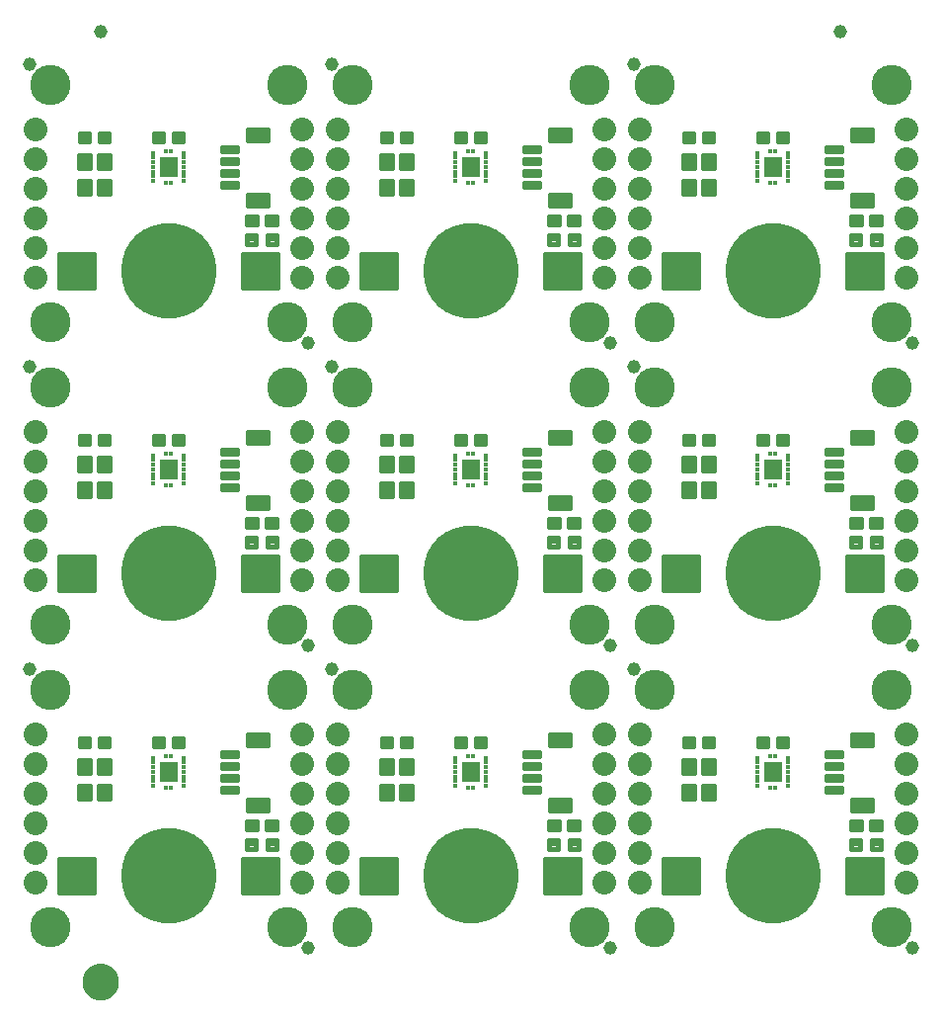
<source format=gts>
G04 EAGLE Gerber RS-274X export*
G75*
%MOMM*%
%FSLAX34Y34*%
%LPD*%
%INSoldermask Top*%
%IPPOS*%
%AMOC8*
5,1,8,0,0,1.08239X$1,22.5*%
G01*
%ADD10R,0.450000X0.300000*%
%ADD11R,0.300000X0.450000*%
%ADD12R,1.600000X1.800000*%
%ADD13C,0.243431*%
%ADD14C,0.253525*%
%ADD15C,2.032000*%
%ADD16C,8.152400*%
%ADD17C,0.232916*%
%ADD18C,3.454400*%
%ADD19C,1.152400*%
%ADD20C,0.255816*%
%ADD21C,0.449434*%
%ADD22C,1.270000*%
%ADD23C,1.652400*%


D10*
X140250Y170750D03*
X140250Y166750D03*
X140250Y162750D03*
X140250Y158750D03*
X140250Y154750D03*
X140250Y150750D03*
X140250Y146750D03*
X113750Y170750D03*
X113750Y166750D03*
X113750Y162750D03*
X113750Y158750D03*
X113750Y154750D03*
X113750Y150750D03*
X113750Y146750D03*
D11*
X129500Y172000D03*
X124500Y172000D03*
X129500Y145500D03*
X124500Y145500D03*
D12*
X127000Y158750D03*
D13*
X66455Y147945D02*
X66455Y134855D01*
X66455Y147945D02*
X77545Y147945D01*
X77545Y134855D01*
X66455Y134855D01*
X66455Y137167D02*
X77545Y137167D01*
X77545Y139479D02*
X66455Y139479D01*
X66455Y141791D02*
X77545Y141791D01*
X77545Y144103D02*
X66455Y144103D01*
X66455Y146415D02*
X77545Y146415D01*
X77545Y156855D02*
X77545Y169945D01*
X77545Y156855D02*
X66455Y156855D01*
X66455Y169945D01*
X77545Y169945D01*
X77545Y159167D02*
X66455Y159167D01*
X66455Y161479D02*
X77545Y161479D01*
X77545Y163791D02*
X66455Y163791D01*
X66455Y166103D02*
X77545Y166103D01*
X77545Y168415D02*
X66455Y168415D01*
X60545Y169945D02*
X60545Y156855D01*
X49455Y156855D01*
X49455Y169945D01*
X60545Y169945D01*
X60545Y159167D02*
X49455Y159167D01*
X49455Y161479D02*
X60545Y161479D01*
X60545Y163791D02*
X49455Y163791D01*
X49455Y166103D02*
X60545Y166103D01*
X60545Y168415D02*
X49455Y168415D01*
X49455Y147945D02*
X49455Y134855D01*
X49455Y147945D02*
X60545Y147945D01*
X60545Y134855D01*
X49455Y134855D01*
X49455Y137167D02*
X60545Y137167D01*
X60545Y139479D02*
X49455Y139479D01*
X49455Y141791D02*
X60545Y141791D01*
X60545Y144103D02*
X49455Y144103D01*
X49455Y146415D02*
X60545Y146415D01*
D14*
X113505Y179655D02*
X123495Y179655D01*
X113505Y179655D02*
X113505Y188645D01*
X123495Y188645D01*
X123495Y179655D01*
X123495Y182063D02*
X113505Y182063D01*
X113505Y184471D02*
X123495Y184471D01*
X123495Y186879D02*
X113505Y186879D01*
X130505Y179655D02*
X140495Y179655D01*
X130505Y179655D02*
X130505Y188645D01*
X140495Y188645D01*
X140495Y179655D01*
X140495Y182063D02*
X130505Y182063D01*
X130505Y184471D02*
X140495Y184471D01*
X140495Y186879D02*
X130505Y186879D01*
D15*
X241300Y63500D03*
X241300Y88900D03*
X241300Y114300D03*
X241300Y139700D03*
X241300Y165100D03*
X241300Y190500D03*
D16*
X127000Y69850D03*
D17*
X190267Y85323D02*
X221213Y85323D01*
X221213Y54377D01*
X190267Y54377D01*
X190267Y85323D01*
X190267Y56590D02*
X221213Y56590D01*
X221213Y58803D02*
X190267Y58803D01*
X190267Y61016D02*
X221213Y61016D01*
X221213Y63229D02*
X190267Y63229D01*
X190267Y65442D02*
X221213Y65442D01*
X221213Y67655D02*
X190267Y67655D01*
X190267Y69868D02*
X221213Y69868D01*
X221213Y72081D02*
X190267Y72081D01*
X190267Y74294D02*
X221213Y74294D01*
X221213Y76507D02*
X190267Y76507D01*
X190267Y78720D02*
X221213Y78720D01*
X221213Y80933D02*
X190267Y80933D01*
X190267Y83146D02*
X221213Y83146D01*
X63733Y85323D02*
X32787Y85323D01*
X63733Y85323D02*
X63733Y54377D01*
X32787Y54377D01*
X32787Y85323D01*
X32787Y56590D02*
X63733Y56590D01*
X63733Y58803D02*
X32787Y58803D01*
X32787Y61016D02*
X63733Y61016D01*
X63733Y63229D02*
X32787Y63229D01*
X32787Y65442D02*
X63733Y65442D01*
X63733Y67655D02*
X32787Y67655D01*
X32787Y69868D02*
X63733Y69868D01*
X63733Y72081D02*
X32787Y72081D01*
X32787Y74294D02*
X63733Y74294D01*
X63733Y76507D02*
X32787Y76507D01*
X32787Y78720D02*
X63733Y78720D01*
X63733Y80933D02*
X32787Y80933D01*
X32787Y83146D02*
X63733Y83146D01*
D18*
X25400Y25400D03*
X228600Y25400D03*
D19*
X7620Y246380D03*
X246380Y7620D03*
D14*
X76995Y188645D02*
X67005Y188645D01*
X76995Y188645D02*
X76995Y179655D01*
X67005Y179655D01*
X67005Y188645D01*
X67005Y182063D02*
X76995Y182063D01*
X76995Y184471D02*
X67005Y184471D01*
X67005Y186879D02*
X76995Y186879D01*
X59995Y188645D02*
X50005Y188645D01*
X59995Y188645D02*
X59995Y179655D01*
X50005Y179655D01*
X50005Y188645D01*
X50005Y182063D02*
X59995Y182063D01*
X59995Y184471D02*
X50005Y184471D01*
X50005Y186879D02*
X59995Y186879D01*
D15*
X12700Y190500D03*
X12700Y165100D03*
X12700Y139700D03*
X12700Y114300D03*
X12700Y88900D03*
X12700Y63500D03*
D18*
X228600Y228600D03*
X25400Y228600D03*
D20*
X171967Y176013D02*
X171967Y171047D01*
X171967Y176013D02*
X186433Y176013D01*
X186433Y171047D01*
X171967Y171047D01*
X171967Y173477D02*
X186433Y173477D01*
X186433Y175907D02*
X171967Y175907D01*
X171967Y166013D02*
X171967Y161047D01*
X171967Y166013D02*
X186433Y166013D01*
X186433Y161047D01*
X171967Y161047D01*
X171967Y163477D02*
X186433Y163477D01*
X186433Y165907D02*
X171967Y165907D01*
X171967Y156013D02*
X171967Y151047D01*
X171967Y156013D02*
X186433Y156013D01*
X186433Y151047D01*
X171967Y151047D01*
X171967Y153477D02*
X186433Y153477D01*
X186433Y155907D02*
X171967Y155907D01*
X171967Y146013D02*
X171967Y141047D01*
X171967Y146013D02*
X186433Y146013D01*
X186433Y141047D01*
X171967Y141047D01*
X171967Y143477D02*
X186433Y143477D01*
X186433Y145907D02*
X171967Y145907D01*
D13*
X193905Y180985D02*
X193905Y192075D01*
X212995Y192075D01*
X212995Y180985D01*
X193905Y180985D01*
X193905Y183297D02*
X212995Y183297D01*
X212995Y185609D02*
X193905Y185609D01*
X193905Y187921D02*
X212995Y187921D01*
X212995Y190233D02*
X193905Y190233D01*
X193905Y136075D02*
X193905Y124985D01*
X193905Y136075D02*
X212995Y136075D01*
X212995Y124985D01*
X193905Y124985D01*
X193905Y127297D02*
X212995Y127297D01*
X212995Y129609D02*
X193905Y129609D01*
X193905Y131921D02*
X212995Y131921D01*
X212995Y134233D02*
X193905Y134233D01*
D21*
X201755Y100035D02*
X201755Y93005D01*
X194725Y93005D01*
X194725Y100035D01*
X201755Y100035D01*
X201755Y97274D02*
X194725Y97274D01*
X219295Y100035D02*
X219295Y93005D01*
X212265Y93005D01*
X212265Y100035D01*
X219295Y100035D01*
X219295Y97274D02*
X212265Y97274D01*
D14*
X203505Y108535D02*
X193515Y108535D01*
X193515Y117525D01*
X203505Y117525D01*
X203505Y108535D01*
X203505Y110943D02*
X193515Y110943D01*
X193515Y113351D02*
X203505Y113351D01*
X203505Y115759D02*
X193515Y115759D01*
X210515Y108535D02*
X220505Y108535D01*
X210515Y108535D02*
X210515Y117525D01*
X220505Y117525D01*
X220505Y108535D01*
X220505Y110943D02*
X210515Y110943D01*
X210515Y113351D02*
X220505Y113351D01*
X220505Y115759D02*
X210515Y115759D01*
D10*
X399330Y170750D03*
X399330Y166750D03*
X399330Y162750D03*
X399330Y158750D03*
X399330Y154750D03*
X399330Y150750D03*
X399330Y146750D03*
X372830Y170750D03*
X372830Y166750D03*
X372830Y162750D03*
X372830Y158750D03*
X372830Y154750D03*
X372830Y150750D03*
X372830Y146750D03*
D11*
X388580Y172000D03*
X383580Y172000D03*
X388580Y145500D03*
X383580Y145500D03*
D12*
X386080Y158750D03*
D13*
X325535Y147945D02*
X325535Y134855D01*
X325535Y147945D02*
X336625Y147945D01*
X336625Y134855D01*
X325535Y134855D01*
X325535Y137167D02*
X336625Y137167D01*
X336625Y139479D02*
X325535Y139479D01*
X325535Y141791D02*
X336625Y141791D01*
X336625Y144103D02*
X325535Y144103D01*
X325535Y146415D02*
X336625Y146415D01*
X336625Y156855D02*
X336625Y169945D01*
X336625Y156855D02*
X325535Y156855D01*
X325535Y169945D01*
X336625Y169945D01*
X336625Y159167D02*
X325535Y159167D01*
X325535Y161479D02*
X336625Y161479D01*
X336625Y163791D02*
X325535Y163791D01*
X325535Y166103D02*
X336625Y166103D01*
X336625Y168415D02*
X325535Y168415D01*
X319625Y169945D02*
X319625Y156855D01*
X308535Y156855D01*
X308535Y169945D01*
X319625Y169945D01*
X319625Y159167D02*
X308535Y159167D01*
X308535Y161479D02*
X319625Y161479D01*
X319625Y163791D02*
X308535Y163791D01*
X308535Y166103D02*
X319625Y166103D01*
X319625Y168415D02*
X308535Y168415D01*
X308535Y147945D02*
X308535Y134855D01*
X308535Y147945D02*
X319625Y147945D01*
X319625Y134855D01*
X308535Y134855D01*
X308535Y137167D02*
X319625Y137167D01*
X319625Y139479D02*
X308535Y139479D01*
X308535Y141791D02*
X319625Y141791D01*
X319625Y144103D02*
X308535Y144103D01*
X308535Y146415D02*
X319625Y146415D01*
D14*
X372585Y179655D02*
X382575Y179655D01*
X372585Y179655D02*
X372585Y188645D01*
X382575Y188645D01*
X382575Y179655D01*
X382575Y182063D02*
X372585Y182063D01*
X372585Y184471D02*
X382575Y184471D01*
X382575Y186879D02*
X372585Y186879D01*
X389585Y179655D02*
X399575Y179655D01*
X389585Y179655D02*
X389585Y188645D01*
X399575Y188645D01*
X399575Y179655D01*
X399575Y182063D02*
X389585Y182063D01*
X389585Y184471D02*
X399575Y184471D01*
X399575Y186879D02*
X389585Y186879D01*
D15*
X500380Y63500D03*
X500380Y88900D03*
X500380Y114300D03*
X500380Y139700D03*
X500380Y165100D03*
X500380Y190500D03*
D16*
X386080Y69850D03*
D17*
X449347Y85323D02*
X480293Y85323D01*
X480293Y54377D01*
X449347Y54377D01*
X449347Y85323D01*
X449347Y56590D02*
X480293Y56590D01*
X480293Y58803D02*
X449347Y58803D01*
X449347Y61016D02*
X480293Y61016D01*
X480293Y63229D02*
X449347Y63229D01*
X449347Y65442D02*
X480293Y65442D01*
X480293Y67655D02*
X449347Y67655D01*
X449347Y69868D02*
X480293Y69868D01*
X480293Y72081D02*
X449347Y72081D01*
X449347Y74294D02*
X480293Y74294D01*
X480293Y76507D02*
X449347Y76507D01*
X449347Y78720D02*
X480293Y78720D01*
X480293Y80933D02*
X449347Y80933D01*
X449347Y83146D02*
X480293Y83146D01*
X322813Y85323D02*
X291867Y85323D01*
X322813Y85323D02*
X322813Y54377D01*
X291867Y54377D01*
X291867Y85323D01*
X291867Y56590D02*
X322813Y56590D01*
X322813Y58803D02*
X291867Y58803D01*
X291867Y61016D02*
X322813Y61016D01*
X322813Y63229D02*
X291867Y63229D01*
X291867Y65442D02*
X322813Y65442D01*
X322813Y67655D02*
X291867Y67655D01*
X291867Y69868D02*
X322813Y69868D01*
X322813Y72081D02*
X291867Y72081D01*
X291867Y74294D02*
X322813Y74294D01*
X322813Y76507D02*
X291867Y76507D01*
X291867Y78720D02*
X322813Y78720D01*
X322813Y80933D02*
X291867Y80933D01*
X291867Y83146D02*
X322813Y83146D01*
D18*
X284480Y25400D03*
X487680Y25400D03*
D19*
X266700Y246380D03*
X505460Y7620D03*
D14*
X336075Y188645D02*
X326085Y188645D01*
X336075Y188645D02*
X336075Y179655D01*
X326085Y179655D01*
X326085Y188645D01*
X326085Y182063D02*
X336075Y182063D01*
X336075Y184471D02*
X326085Y184471D01*
X326085Y186879D02*
X336075Y186879D01*
X319075Y188645D02*
X309085Y188645D01*
X319075Y188645D02*
X319075Y179655D01*
X309085Y179655D01*
X309085Y188645D01*
X309085Y182063D02*
X319075Y182063D01*
X319075Y184471D02*
X309085Y184471D01*
X309085Y186879D02*
X319075Y186879D01*
D15*
X271780Y190500D03*
X271780Y165100D03*
X271780Y139700D03*
X271780Y114300D03*
X271780Y88900D03*
X271780Y63500D03*
D18*
X487680Y228600D03*
X284480Y228600D03*
D20*
X431047Y176013D02*
X431047Y171047D01*
X431047Y176013D02*
X445513Y176013D01*
X445513Y171047D01*
X431047Y171047D01*
X431047Y173477D02*
X445513Y173477D01*
X445513Y175907D02*
X431047Y175907D01*
X431047Y166013D02*
X431047Y161047D01*
X431047Y166013D02*
X445513Y166013D01*
X445513Y161047D01*
X431047Y161047D01*
X431047Y163477D02*
X445513Y163477D01*
X445513Y165907D02*
X431047Y165907D01*
X431047Y156013D02*
X431047Y151047D01*
X431047Y156013D02*
X445513Y156013D01*
X445513Y151047D01*
X431047Y151047D01*
X431047Y153477D02*
X445513Y153477D01*
X445513Y155907D02*
X431047Y155907D01*
X431047Y146013D02*
X431047Y141047D01*
X431047Y146013D02*
X445513Y146013D01*
X445513Y141047D01*
X431047Y141047D01*
X431047Y143477D02*
X445513Y143477D01*
X445513Y145907D02*
X431047Y145907D01*
D13*
X452985Y180985D02*
X452985Y192075D01*
X472075Y192075D01*
X472075Y180985D01*
X452985Y180985D01*
X452985Y183297D02*
X472075Y183297D01*
X472075Y185609D02*
X452985Y185609D01*
X452985Y187921D02*
X472075Y187921D01*
X472075Y190233D02*
X452985Y190233D01*
X452985Y136075D02*
X452985Y124985D01*
X452985Y136075D02*
X472075Y136075D01*
X472075Y124985D01*
X452985Y124985D01*
X452985Y127297D02*
X472075Y127297D01*
X472075Y129609D02*
X452985Y129609D01*
X452985Y131921D02*
X472075Y131921D01*
X472075Y134233D02*
X452985Y134233D01*
D21*
X460835Y100035D02*
X460835Y93005D01*
X453805Y93005D01*
X453805Y100035D01*
X460835Y100035D01*
X460835Y97274D02*
X453805Y97274D01*
X478375Y100035D02*
X478375Y93005D01*
X471345Y93005D01*
X471345Y100035D01*
X478375Y100035D01*
X478375Y97274D02*
X471345Y97274D01*
D14*
X462585Y108535D02*
X452595Y108535D01*
X452595Y117525D01*
X462585Y117525D01*
X462585Y108535D01*
X462585Y110943D02*
X452595Y110943D01*
X452595Y113351D02*
X462585Y113351D01*
X462585Y115759D02*
X452595Y115759D01*
X469595Y108535D02*
X479585Y108535D01*
X469595Y108535D02*
X469595Y117525D01*
X479585Y117525D01*
X479585Y108535D01*
X479585Y110943D02*
X469595Y110943D01*
X469595Y113351D02*
X479585Y113351D01*
X479585Y115759D02*
X469595Y115759D01*
D10*
X658410Y170750D03*
X658410Y166750D03*
X658410Y162750D03*
X658410Y158750D03*
X658410Y154750D03*
X658410Y150750D03*
X658410Y146750D03*
X631910Y170750D03*
X631910Y166750D03*
X631910Y162750D03*
X631910Y158750D03*
X631910Y154750D03*
X631910Y150750D03*
X631910Y146750D03*
D11*
X647660Y172000D03*
X642660Y172000D03*
X647660Y145500D03*
X642660Y145500D03*
D12*
X645160Y158750D03*
D13*
X584615Y147945D02*
X584615Y134855D01*
X584615Y147945D02*
X595705Y147945D01*
X595705Y134855D01*
X584615Y134855D01*
X584615Y137167D02*
X595705Y137167D01*
X595705Y139479D02*
X584615Y139479D01*
X584615Y141791D02*
X595705Y141791D01*
X595705Y144103D02*
X584615Y144103D01*
X584615Y146415D02*
X595705Y146415D01*
X595705Y156855D02*
X595705Y169945D01*
X595705Y156855D02*
X584615Y156855D01*
X584615Y169945D01*
X595705Y169945D01*
X595705Y159167D02*
X584615Y159167D01*
X584615Y161479D02*
X595705Y161479D01*
X595705Y163791D02*
X584615Y163791D01*
X584615Y166103D02*
X595705Y166103D01*
X595705Y168415D02*
X584615Y168415D01*
X578705Y169945D02*
X578705Y156855D01*
X567615Y156855D01*
X567615Y169945D01*
X578705Y169945D01*
X578705Y159167D02*
X567615Y159167D01*
X567615Y161479D02*
X578705Y161479D01*
X578705Y163791D02*
X567615Y163791D01*
X567615Y166103D02*
X578705Y166103D01*
X578705Y168415D02*
X567615Y168415D01*
X567615Y147945D02*
X567615Y134855D01*
X567615Y147945D02*
X578705Y147945D01*
X578705Y134855D01*
X567615Y134855D01*
X567615Y137167D02*
X578705Y137167D01*
X578705Y139479D02*
X567615Y139479D01*
X567615Y141791D02*
X578705Y141791D01*
X578705Y144103D02*
X567615Y144103D01*
X567615Y146415D02*
X578705Y146415D01*
D14*
X631665Y179655D02*
X641655Y179655D01*
X631665Y179655D02*
X631665Y188645D01*
X641655Y188645D01*
X641655Y179655D01*
X641655Y182063D02*
X631665Y182063D01*
X631665Y184471D02*
X641655Y184471D01*
X641655Y186879D02*
X631665Y186879D01*
X648665Y179655D02*
X658655Y179655D01*
X648665Y179655D02*
X648665Y188645D01*
X658655Y188645D01*
X658655Y179655D01*
X658655Y182063D02*
X648665Y182063D01*
X648665Y184471D02*
X658655Y184471D01*
X658655Y186879D02*
X648665Y186879D01*
D15*
X759460Y63500D03*
X759460Y88900D03*
X759460Y114300D03*
X759460Y139700D03*
X759460Y165100D03*
X759460Y190500D03*
D16*
X645160Y69850D03*
D17*
X708427Y85323D02*
X739373Y85323D01*
X739373Y54377D01*
X708427Y54377D01*
X708427Y85323D01*
X708427Y56590D02*
X739373Y56590D01*
X739373Y58803D02*
X708427Y58803D01*
X708427Y61016D02*
X739373Y61016D01*
X739373Y63229D02*
X708427Y63229D01*
X708427Y65442D02*
X739373Y65442D01*
X739373Y67655D02*
X708427Y67655D01*
X708427Y69868D02*
X739373Y69868D01*
X739373Y72081D02*
X708427Y72081D01*
X708427Y74294D02*
X739373Y74294D01*
X739373Y76507D02*
X708427Y76507D01*
X708427Y78720D02*
X739373Y78720D01*
X739373Y80933D02*
X708427Y80933D01*
X708427Y83146D02*
X739373Y83146D01*
X581893Y85323D02*
X550947Y85323D01*
X581893Y85323D02*
X581893Y54377D01*
X550947Y54377D01*
X550947Y85323D01*
X550947Y56590D02*
X581893Y56590D01*
X581893Y58803D02*
X550947Y58803D01*
X550947Y61016D02*
X581893Y61016D01*
X581893Y63229D02*
X550947Y63229D01*
X550947Y65442D02*
X581893Y65442D01*
X581893Y67655D02*
X550947Y67655D01*
X550947Y69868D02*
X581893Y69868D01*
X581893Y72081D02*
X550947Y72081D01*
X550947Y74294D02*
X581893Y74294D01*
X581893Y76507D02*
X550947Y76507D01*
X550947Y78720D02*
X581893Y78720D01*
X581893Y80933D02*
X550947Y80933D01*
X550947Y83146D02*
X581893Y83146D01*
D18*
X543560Y25400D03*
X746760Y25400D03*
D19*
X525780Y246380D03*
X764540Y7620D03*
D14*
X595155Y188645D02*
X585165Y188645D01*
X595155Y188645D02*
X595155Y179655D01*
X585165Y179655D01*
X585165Y188645D01*
X585165Y182063D02*
X595155Y182063D01*
X595155Y184471D02*
X585165Y184471D01*
X585165Y186879D02*
X595155Y186879D01*
X578155Y188645D02*
X568165Y188645D01*
X578155Y188645D02*
X578155Y179655D01*
X568165Y179655D01*
X568165Y188645D01*
X568165Y182063D02*
X578155Y182063D01*
X578155Y184471D02*
X568165Y184471D01*
X568165Y186879D02*
X578155Y186879D01*
D15*
X530860Y190500D03*
X530860Y165100D03*
X530860Y139700D03*
X530860Y114300D03*
X530860Y88900D03*
X530860Y63500D03*
D18*
X746760Y228600D03*
X543560Y228600D03*
D20*
X690127Y176013D02*
X690127Y171047D01*
X690127Y176013D02*
X704593Y176013D01*
X704593Y171047D01*
X690127Y171047D01*
X690127Y173477D02*
X704593Y173477D01*
X704593Y175907D02*
X690127Y175907D01*
X690127Y166013D02*
X690127Y161047D01*
X690127Y166013D02*
X704593Y166013D01*
X704593Y161047D01*
X690127Y161047D01*
X690127Y163477D02*
X704593Y163477D01*
X704593Y165907D02*
X690127Y165907D01*
X690127Y156013D02*
X690127Y151047D01*
X690127Y156013D02*
X704593Y156013D01*
X704593Y151047D01*
X690127Y151047D01*
X690127Y153477D02*
X704593Y153477D01*
X704593Y155907D02*
X690127Y155907D01*
X690127Y146013D02*
X690127Y141047D01*
X690127Y146013D02*
X704593Y146013D01*
X704593Y141047D01*
X690127Y141047D01*
X690127Y143477D02*
X704593Y143477D01*
X704593Y145907D02*
X690127Y145907D01*
D13*
X712065Y180985D02*
X712065Y192075D01*
X731155Y192075D01*
X731155Y180985D01*
X712065Y180985D01*
X712065Y183297D02*
X731155Y183297D01*
X731155Y185609D02*
X712065Y185609D01*
X712065Y187921D02*
X731155Y187921D01*
X731155Y190233D02*
X712065Y190233D01*
X712065Y136075D02*
X712065Y124985D01*
X712065Y136075D02*
X731155Y136075D01*
X731155Y124985D01*
X712065Y124985D01*
X712065Y127297D02*
X731155Y127297D01*
X731155Y129609D02*
X712065Y129609D01*
X712065Y131921D02*
X731155Y131921D01*
X731155Y134233D02*
X712065Y134233D01*
D21*
X719915Y100035D02*
X719915Y93005D01*
X712885Y93005D01*
X712885Y100035D01*
X719915Y100035D01*
X719915Y97274D02*
X712885Y97274D01*
X737455Y100035D02*
X737455Y93005D01*
X730425Y93005D01*
X730425Y100035D01*
X737455Y100035D01*
X737455Y97274D02*
X730425Y97274D01*
D14*
X721665Y108535D02*
X711675Y108535D01*
X711675Y117525D01*
X721665Y117525D01*
X721665Y108535D01*
X721665Y110943D02*
X711675Y110943D01*
X711675Y113351D02*
X721665Y113351D01*
X721665Y115759D02*
X711675Y115759D01*
X728675Y108535D02*
X738665Y108535D01*
X728675Y108535D02*
X728675Y117525D01*
X738665Y117525D01*
X738665Y108535D01*
X738665Y110943D02*
X728675Y110943D01*
X728675Y113351D02*
X738665Y113351D01*
X738665Y115759D02*
X728675Y115759D01*
D10*
X140250Y429830D03*
X140250Y425830D03*
X140250Y421830D03*
X140250Y417830D03*
X140250Y413830D03*
X140250Y409830D03*
X140250Y405830D03*
X113750Y429830D03*
X113750Y425830D03*
X113750Y421830D03*
X113750Y417830D03*
X113750Y413830D03*
X113750Y409830D03*
X113750Y405830D03*
D11*
X129500Y431080D03*
X124500Y431080D03*
X129500Y404580D03*
X124500Y404580D03*
D12*
X127000Y417830D03*
D13*
X66455Y407025D02*
X66455Y393935D01*
X66455Y407025D02*
X77545Y407025D01*
X77545Y393935D01*
X66455Y393935D01*
X66455Y396247D02*
X77545Y396247D01*
X77545Y398559D02*
X66455Y398559D01*
X66455Y400871D02*
X77545Y400871D01*
X77545Y403183D02*
X66455Y403183D01*
X66455Y405495D02*
X77545Y405495D01*
X77545Y415935D02*
X77545Y429025D01*
X77545Y415935D02*
X66455Y415935D01*
X66455Y429025D01*
X77545Y429025D01*
X77545Y418247D02*
X66455Y418247D01*
X66455Y420559D02*
X77545Y420559D01*
X77545Y422871D02*
X66455Y422871D01*
X66455Y425183D02*
X77545Y425183D01*
X77545Y427495D02*
X66455Y427495D01*
X60545Y429025D02*
X60545Y415935D01*
X49455Y415935D01*
X49455Y429025D01*
X60545Y429025D01*
X60545Y418247D02*
X49455Y418247D01*
X49455Y420559D02*
X60545Y420559D01*
X60545Y422871D02*
X49455Y422871D01*
X49455Y425183D02*
X60545Y425183D01*
X60545Y427495D02*
X49455Y427495D01*
X49455Y407025D02*
X49455Y393935D01*
X49455Y407025D02*
X60545Y407025D01*
X60545Y393935D01*
X49455Y393935D01*
X49455Y396247D02*
X60545Y396247D01*
X60545Y398559D02*
X49455Y398559D01*
X49455Y400871D02*
X60545Y400871D01*
X60545Y403183D02*
X49455Y403183D01*
X49455Y405495D02*
X60545Y405495D01*
D14*
X113505Y438735D02*
X123495Y438735D01*
X113505Y438735D02*
X113505Y447725D01*
X123495Y447725D01*
X123495Y438735D01*
X123495Y441143D02*
X113505Y441143D01*
X113505Y443551D02*
X123495Y443551D01*
X123495Y445959D02*
X113505Y445959D01*
X130505Y438735D02*
X140495Y438735D01*
X130505Y438735D02*
X130505Y447725D01*
X140495Y447725D01*
X140495Y438735D01*
X140495Y441143D02*
X130505Y441143D01*
X130505Y443551D02*
X140495Y443551D01*
X140495Y445959D02*
X130505Y445959D01*
D15*
X241300Y322580D03*
X241300Y347980D03*
X241300Y373380D03*
X241300Y398780D03*
X241300Y424180D03*
X241300Y449580D03*
D16*
X127000Y328930D03*
D17*
X190267Y344403D02*
X221213Y344403D01*
X221213Y313457D01*
X190267Y313457D01*
X190267Y344403D01*
X190267Y315670D02*
X221213Y315670D01*
X221213Y317883D02*
X190267Y317883D01*
X190267Y320096D02*
X221213Y320096D01*
X221213Y322309D02*
X190267Y322309D01*
X190267Y324522D02*
X221213Y324522D01*
X221213Y326735D02*
X190267Y326735D01*
X190267Y328948D02*
X221213Y328948D01*
X221213Y331161D02*
X190267Y331161D01*
X190267Y333374D02*
X221213Y333374D01*
X221213Y335587D02*
X190267Y335587D01*
X190267Y337800D02*
X221213Y337800D01*
X221213Y340013D02*
X190267Y340013D01*
X190267Y342226D02*
X221213Y342226D01*
X63733Y344403D02*
X32787Y344403D01*
X63733Y344403D02*
X63733Y313457D01*
X32787Y313457D01*
X32787Y344403D01*
X32787Y315670D02*
X63733Y315670D01*
X63733Y317883D02*
X32787Y317883D01*
X32787Y320096D02*
X63733Y320096D01*
X63733Y322309D02*
X32787Y322309D01*
X32787Y324522D02*
X63733Y324522D01*
X63733Y326735D02*
X32787Y326735D01*
X32787Y328948D02*
X63733Y328948D01*
X63733Y331161D02*
X32787Y331161D01*
X32787Y333374D02*
X63733Y333374D01*
X63733Y335587D02*
X32787Y335587D01*
X32787Y337800D02*
X63733Y337800D01*
X63733Y340013D02*
X32787Y340013D01*
X32787Y342226D02*
X63733Y342226D01*
D18*
X25400Y284480D03*
X228600Y284480D03*
D19*
X7620Y505460D03*
X246380Y266700D03*
D14*
X76995Y447725D02*
X67005Y447725D01*
X76995Y447725D02*
X76995Y438735D01*
X67005Y438735D01*
X67005Y447725D01*
X67005Y441143D02*
X76995Y441143D01*
X76995Y443551D02*
X67005Y443551D01*
X67005Y445959D02*
X76995Y445959D01*
X59995Y447725D02*
X50005Y447725D01*
X59995Y447725D02*
X59995Y438735D01*
X50005Y438735D01*
X50005Y447725D01*
X50005Y441143D02*
X59995Y441143D01*
X59995Y443551D02*
X50005Y443551D01*
X50005Y445959D02*
X59995Y445959D01*
D15*
X12700Y449580D03*
X12700Y424180D03*
X12700Y398780D03*
X12700Y373380D03*
X12700Y347980D03*
X12700Y322580D03*
D18*
X228600Y487680D03*
X25400Y487680D03*
D20*
X171967Y435093D02*
X171967Y430127D01*
X171967Y435093D02*
X186433Y435093D01*
X186433Y430127D01*
X171967Y430127D01*
X171967Y432557D02*
X186433Y432557D01*
X186433Y434987D02*
X171967Y434987D01*
X171967Y425093D02*
X171967Y420127D01*
X171967Y425093D02*
X186433Y425093D01*
X186433Y420127D01*
X171967Y420127D01*
X171967Y422557D02*
X186433Y422557D01*
X186433Y424987D02*
X171967Y424987D01*
X171967Y415093D02*
X171967Y410127D01*
X171967Y415093D02*
X186433Y415093D01*
X186433Y410127D01*
X171967Y410127D01*
X171967Y412557D02*
X186433Y412557D01*
X186433Y414987D02*
X171967Y414987D01*
X171967Y405093D02*
X171967Y400127D01*
X171967Y405093D02*
X186433Y405093D01*
X186433Y400127D01*
X171967Y400127D01*
X171967Y402557D02*
X186433Y402557D01*
X186433Y404987D02*
X171967Y404987D01*
D13*
X193905Y440065D02*
X193905Y451155D01*
X212995Y451155D01*
X212995Y440065D01*
X193905Y440065D01*
X193905Y442377D02*
X212995Y442377D01*
X212995Y444689D02*
X193905Y444689D01*
X193905Y447001D02*
X212995Y447001D01*
X212995Y449313D02*
X193905Y449313D01*
X193905Y395155D02*
X193905Y384065D01*
X193905Y395155D02*
X212995Y395155D01*
X212995Y384065D01*
X193905Y384065D01*
X193905Y386377D02*
X212995Y386377D01*
X212995Y388689D02*
X193905Y388689D01*
X193905Y391001D02*
X212995Y391001D01*
X212995Y393313D02*
X193905Y393313D01*
D21*
X201755Y359115D02*
X201755Y352085D01*
X194725Y352085D01*
X194725Y359115D01*
X201755Y359115D01*
X201755Y356354D02*
X194725Y356354D01*
X219295Y359115D02*
X219295Y352085D01*
X212265Y352085D01*
X212265Y359115D01*
X219295Y359115D01*
X219295Y356354D02*
X212265Y356354D01*
D14*
X203505Y367615D02*
X193515Y367615D01*
X193515Y376605D01*
X203505Y376605D01*
X203505Y367615D01*
X203505Y370023D02*
X193515Y370023D01*
X193515Y372431D02*
X203505Y372431D01*
X203505Y374839D02*
X193515Y374839D01*
X210515Y367615D02*
X220505Y367615D01*
X210515Y367615D02*
X210515Y376605D01*
X220505Y376605D01*
X220505Y367615D01*
X220505Y370023D02*
X210515Y370023D01*
X210515Y372431D02*
X220505Y372431D01*
X220505Y374839D02*
X210515Y374839D01*
D10*
X399330Y429830D03*
X399330Y425830D03*
X399330Y421830D03*
X399330Y417830D03*
X399330Y413830D03*
X399330Y409830D03*
X399330Y405830D03*
X372830Y429830D03*
X372830Y425830D03*
X372830Y421830D03*
X372830Y417830D03*
X372830Y413830D03*
X372830Y409830D03*
X372830Y405830D03*
D11*
X388580Y431080D03*
X383580Y431080D03*
X388580Y404580D03*
X383580Y404580D03*
D12*
X386080Y417830D03*
D13*
X325535Y407025D02*
X325535Y393935D01*
X325535Y407025D02*
X336625Y407025D01*
X336625Y393935D01*
X325535Y393935D01*
X325535Y396247D02*
X336625Y396247D01*
X336625Y398559D02*
X325535Y398559D01*
X325535Y400871D02*
X336625Y400871D01*
X336625Y403183D02*
X325535Y403183D01*
X325535Y405495D02*
X336625Y405495D01*
X336625Y415935D02*
X336625Y429025D01*
X336625Y415935D02*
X325535Y415935D01*
X325535Y429025D01*
X336625Y429025D01*
X336625Y418247D02*
X325535Y418247D01*
X325535Y420559D02*
X336625Y420559D01*
X336625Y422871D02*
X325535Y422871D01*
X325535Y425183D02*
X336625Y425183D01*
X336625Y427495D02*
X325535Y427495D01*
X319625Y429025D02*
X319625Y415935D01*
X308535Y415935D01*
X308535Y429025D01*
X319625Y429025D01*
X319625Y418247D02*
X308535Y418247D01*
X308535Y420559D02*
X319625Y420559D01*
X319625Y422871D02*
X308535Y422871D01*
X308535Y425183D02*
X319625Y425183D01*
X319625Y427495D02*
X308535Y427495D01*
X308535Y407025D02*
X308535Y393935D01*
X308535Y407025D02*
X319625Y407025D01*
X319625Y393935D01*
X308535Y393935D01*
X308535Y396247D02*
X319625Y396247D01*
X319625Y398559D02*
X308535Y398559D01*
X308535Y400871D02*
X319625Y400871D01*
X319625Y403183D02*
X308535Y403183D01*
X308535Y405495D02*
X319625Y405495D01*
D14*
X372585Y438735D02*
X382575Y438735D01*
X372585Y438735D02*
X372585Y447725D01*
X382575Y447725D01*
X382575Y438735D01*
X382575Y441143D02*
X372585Y441143D01*
X372585Y443551D02*
X382575Y443551D01*
X382575Y445959D02*
X372585Y445959D01*
X389585Y438735D02*
X399575Y438735D01*
X389585Y438735D02*
X389585Y447725D01*
X399575Y447725D01*
X399575Y438735D01*
X399575Y441143D02*
X389585Y441143D01*
X389585Y443551D02*
X399575Y443551D01*
X399575Y445959D02*
X389585Y445959D01*
D15*
X500380Y322580D03*
X500380Y347980D03*
X500380Y373380D03*
X500380Y398780D03*
X500380Y424180D03*
X500380Y449580D03*
D16*
X386080Y328930D03*
D17*
X449347Y344403D02*
X480293Y344403D01*
X480293Y313457D01*
X449347Y313457D01*
X449347Y344403D01*
X449347Y315670D02*
X480293Y315670D01*
X480293Y317883D02*
X449347Y317883D01*
X449347Y320096D02*
X480293Y320096D01*
X480293Y322309D02*
X449347Y322309D01*
X449347Y324522D02*
X480293Y324522D01*
X480293Y326735D02*
X449347Y326735D01*
X449347Y328948D02*
X480293Y328948D01*
X480293Y331161D02*
X449347Y331161D01*
X449347Y333374D02*
X480293Y333374D01*
X480293Y335587D02*
X449347Y335587D01*
X449347Y337800D02*
X480293Y337800D01*
X480293Y340013D02*
X449347Y340013D01*
X449347Y342226D02*
X480293Y342226D01*
X322813Y344403D02*
X291867Y344403D01*
X322813Y344403D02*
X322813Y313457D01*
X291867Y313457D01*
X291867Y344403D01*
X291867Y315670D02*
X322813Y315670D01*
X322813Y317883D02*
X291867Y317883D01*
X291867Y320096D02*
X322813Y320096D01*
X322813Y322309D02*
X291867Y322309D01*
X291867Y324522D02*
X322813Y324522D01*
X322813Y326735D02*
X291867Y326735D01*
X291867Y328948D02*
X322813Y328948D01*
X322813Y331161D02*
X291867Y331161D01*
X291867Y333374D02*
X322813Y333374D01*
X322813Y335587D02*
X291867Y335587D01*
X291867Y337800D02*
X322813Y337800D01*
X322813Y340013D02*
X291867Y340013D01*
X291867Y342226D02*
X322813Y342226D01*
D18*
X284480Y284480D03*
X487680Y284480D03*
D19*
X266700Y505460D03*
X505460Y266700D03*
D14*
X336075Y447725D02*
X326085Y447725D01*
X336075Y447725D02*
X336075Y438735D01*
X326085Y438735D01*
X326085Y447725D01*
X326085Y441143D02*
X336075Y441143D01*
X336075Y443551D02*
X326085Y443551D01*
X326085Y445959D02*
X336075Y445959D01*
X319075Y447725D02*
X309085Y447725D01*
X319075Y447725D02*
X319075Y438735D01*
X309085Y438735D01*
X309085Y447725D01*
X309085Y441143D02*
X319075Y441143D01*
X319075Y443551D02*
X309085Y443551D01*
X309085Y445959D02*
X319075Y445959D01*
D15*
X271780Y449580D03*
X271780Y424180D03*
X271780Y398780D03*
X271780Y373380D03*
X271780Y347980D03*
X271780Y322580D03*
D18*
X487680Y487680D03*
X284480Y487680D03*
D20*
X431047Y435093D02*
X431047Y430127D01*
X431047Y435093D02*
X445513Y435093D01*
X445513Y430127D01*
X431047Y430127D01*
X431047Y432557D02*
X445513Y432557D01*
X445513Y434987D02*
X431047Y434987D01*
X431047Y425093D02*
X431047Y420127D01*
X431047Y425093D02*
X445513Y425093D01*
X445513Y420127D01*
X431047Y420127D01*
X431047Y422557D02*
X445513Y422557D01*
X445513Y424987D02*
X431047Y424987D01*
X431047Y415093D02*
X431047Y410127D01*
X431047Y415093D02*
X445513Y415093D01*
X445513Y410127D01*
X431047Y410127D01*
X431047Y412557D02*
X445513Y412557D01*
X445513Y414987D02*
X431047Y414987D01*
X431047Y405093D02*
X431047Y400127D01*
X431047Y405093D02*
X445513Y405093D01*
X445513Y400127D01*
X431047Y400127D01*
X431047Y402557D02*
X445513Y402557D01*
X445513Y404987D02*
X431047Y404987D01*
D13*
X452985Y440065D02*
X452985Y451155D01*
X472075Y451155D01*
X472075Y440065D01*
X452985Y440065D01*
X452985Y442377D02*
X472075Y442377D01*
X472075Y444689D02*
X452985Y444689D01*
X452985Y447001D02*
X472075Y447001D01*
X472075Y449313D02*
X452985Y449313D01*
X452985Y395155D02*
X452985Y384065D01*
X452985Y395155D02*
X472075Y395155D01*
X472075Y384065D01*
X452985Y384065D01*
X452985Y386377D02*
X472075Y386377D01*
X472075Y388689D02*
X452985Y388689D01*
X452985Y391001D02*
X472075Y391001D01*
X472075Y393313D02*
X452985Y393313D01*
D21*
X460835Y359115D02*
X460835Y352085D01*
X453805Y352085D01*
X453805Y359115D01*
X460835Y359115D01*
X460835Y356354D02*
X453805Y356354D01*
X478375Y359115D02*
X478375Y352085D01*
X471345Y352085D01*
X471345Y359115D01*
X478375Y359115D01*
X478375Y356354D02*
X471345Y356354D01*
D14*
X462585Y367615D02*
X452595Y367615D01*
X452595Y376605D01*
X462585Y376605D01*
X462585Y367615D01*
X462585Y370023D02*
X452595Y370023D01*
X452595Y372431D02*
X462585Y372431D01*
X462585Y374839D02*
X452595Y374839D01*
X469595Y367615D02*
X479585Y367615D01*
X469595Y367615D02*
X469595Y376605D01*
X479585Y376605D01*
X479585Y367615D01*
X479585Y370023D02*
X469595Y370023D01*
X469595Y372431D02*
X479585Y372431D01*
X479585Y374839D02*
X469595Y374839D01*
D10*
X658410Y429830D03*
X658410Y425830D03*
X658410Y421830D03*
X658410Y417830D03*
X658410Y413830D03*
X658410Y409830D03*
X658410Y405830D03*
X631910Y429830D03*
X631910Y425830D03*
X631910Y421830D03*
X631910Y417830D03*
X631910Y413830D03*
X631910Y409830D03*
X631910Y405830D03*
D11*
X647660Y431080D03*
X642660Y431080D03*
X647660Y404580D03*
X642660Y404580D03*
D12*
X645160Y417830D03*
D13*
X584615Y407025D02*
X584615Y393935D01*
X584615Y407025D02*
X595705Y407025D01*
X595705Y393935D01*
X584615Y393935D01*
X584615Y396247D02*
X595705Y396247D01*
X595705Y398559D02*
X584615Y398559D01*
X584615Y400871D02*
X595705Y400871D01*
X595705Y403183D02*
X584615Y403183D01*
X584615Y405495D02*
X595705Y405495D01*
X595705Y415935D02*
X595705Y429025D01*
X595705Y415935D02*
X584615Y415935D01*
X584615Y429025D01*
X595705Y429025D01*
X595705Y418247D02*
X584615Y418247D01*
X584615Y420559D02*
X595705Y420559D01*
X595705Y422871D02*
X584615Y422871D01*
X584615Y425183D02*
X595705Y425183D01*
X595705Y427495D02*
X584615Y427495D01*
X578705Y429025D02*
X578705Y415935D01*
X567615Y415935D01*
X567615Y429025D01*
X578705Y429025D01*
X578705Y418247D02*
X567615Y418247D01*
X567615Y420559D02*
X578705Y420559D01*
X578705Y422871D02*
X567615Y422871D01*
X567615Y425183D02*
X578705Y425183D01*
X578705Y427495D02*
X567615Y427495D01*
X567615Y407025D02*
X567615Y393935D01*
X567615Y407025D02*
X578705Y407025D01*
X578705Y393935D01*
X567615Y393935D01*
X567615Y396247D02*
X578705Y396247D01*
X578705Y398559D02*
X567615Y398559D01*
X567615Y400871D02*
X578705Y400871D01*
X578705Y403183D02*
X567615Y403183D01*
X567615Y405495D02*
X578705Y405495D01*
D14*
X631665Y438735D02*
X641655Y438735D01*
X631665Y438735D02*
X631665Y447725D01*
X641655Y447725D01*
X641655Y438735D01*
X641655Y441143D02*
X631665Y441143D01*
X631665Y443551D02*
X641655Y443551D01*
X641655Y445959D02*
X631665Y445959D01*
X648665Y438735D02*
X658655Y438735D01*
X648665Y438735D02*
X648665Y447725D01*
X658655Y447725D01*
X658655Y438735D01*
X658655Y441143D02*
X648665Y441143D01*
X648665Y443551D02*
X658655Y443551D01*
X658655Y445959D02*
X648665Y445959D01*
D15*
X759460Y322580D03*
X759460Y347980D03*
X759460Y373380D03*
X759460Y398780D03*
X759460Y424180D03*
X759460Y449580D03*
D16*
X645160Y328930D03*
D17*
X708427Y344403D02*
X739373Y344403D01*
X739373Y313457D01*
X708427Y313457D01*
X708427Y344403D01*
X708427Y315670D02*
X739373Y315670D01*
X739373Y317883D02*
X708427Y317883D01*
X708427Y320096D02*
X739373Y320096D01*
X739373Y322309D02*
X708427Y322309D01*
X708427Y324522D02*
X739373Y324522D01*
X739373Y326735D02*
X708427Y326735D01*
X708427Y328948D02*
X739373Y328948D01*
X739373Y331161D02*
X708427Y331161D01*
X708427Y333374D02*
X739373Y333374D01*
X739373Y335587D02*
X708427Y335587D01*
X708427Y337800D02*
X739373Y337800D01*
X739373Y340013D02*
X708427Y340013D01*
X708427Y342226D02*
X739373Y342226D01*
X581893Y344403D02*
X550947Y344403D01*
X581893Y344403D02*
X581893Y313457D01*
X550947Y313457D01*
X550947Y344403D01*
X550947Y315670D02*
X581893Y315670D01*
X581893Y317883D02*
X550947Y317883D01*
X550947Y320096D02*
X581893Y320096D01*
X581893Y322309D02*
X550947Y322309D01*
X550947Y324522D02*
X581893Y324522D01*
X581893Y326735D02*
X550947Y326735D01*
X550947Y328948D02*
X581893Y328948D01*
X581893Y331161D02*
X550947Y331161D01*
X550947Y333374D02*
X581893Y333374D01*
X581893Y335587D02*
X550947Y335587D01*
X550947Y337800D02*
X581893Y337800D01*
X581893Y340013D02*
X550947Y340013D01*
X550947Y342226D02*
X581893Y342226D01*
D18*
X543560Y284480D03*
X746760Y284480D03*
D19*
X525780Y505460D03*
X764540Y266700D03*
D14*
X595155Y447725D02*
X585165Y447725D01*
X595155Y447725D02*
X595155Y438735D01*
X585165Y438735D01*
X585165Y447725D01*
X585165Y441143D02*
X595155Y441143D01*
X595155Y443551D02*
X585165Y443551D01*
X585165Y445959D02*
X595155Y445959D01*
X578155Y447725D02*
X568165Y447725D01*
X578155Y447725D02*
X578155Y438735D01*
X568165Y438735D01*
X568165Y447725D01*
X568165Y441143D02*
X578155Y441143D01*
X578155Y443551D02*
X568165Y443551D01*
X568165Y445959D02*
X578155Y445959D01*
D15*
X530860Y449580D03*
X530860Y424180D03*
X530860Y398780D03*
X530860Y373380D03*
X530860Y347980D03*
X530860Y322580D03*
D18*
X746760Y487680D03*
X543560Y487680D03*
D20*
X690127Y435093D02*
X690127Y430127D01*
X690127Y435093D02*
X704593Y435093D01*
X704593Y430127D01*
X690127Y430127D01*
X690127Y432557D02*
X704593Y432557D01*
X704593Y434987D02*
X690127Y434987D01*
X690127Y425093D02*
X690127Y420127D01*
X690127Y425093D02*
X704593Y425093D01*
X704593Y420127D01*
X690127Y420127D01*
X690127Y422557D02*
X704593Y422557D01*
X704593Y424987D02*
X690127Y424987D01*
X690127Y415093D02*
X690127Y410127D01*
X690127Y415093D02*
X704593Y415093D01*
X704593Y410127D01*
X690127Y410127D01*
X690127Y412557D02*
X704593Y412557D01*
X704593Y414987D02*
X690127Y414987D01*
X690127Y405093D02*
X690127Y400127D01*
X690127Y405093D02*
X704593Y405093D01*
X704593Y400127D01*
X690127Y400127D01*
X690127Y402557D02*
X704593Y402557D01*
X704593Y404987D02*
X690127Y404987D01*
D13*
X712065Y440065D02*
X712065Y451155D01*
X731155Y451155D01*
X731155Y440065D01*
X712065Y440065D01*
X712065Y442377D02*
X731155Y442377D01*
X731155Y444689D02*
X712065Y444689D01*
X712065Y447001D02*
X731155Y447001D01*
X731155Y449313D02*
X712065Y449313D01*
X712065Y395155D02*
X712065Y384065D01*
X712065Y395155D02*
X731155Y395155D01*
X731155Y384065D01*
X712065Y384065D01*
X712065Y386377D02*
X731155Y386377D01*
X731155Y388689D02*
X712065Y388689D01*
X712065Y391001D02*
X731155Y391001D01*
X731155Y393313D02*
X712065Y393313D01*
D21*
X719915Y359115D02*
X719915Y352085D01*
X712885Y352085D01*
X712885Y359115D01*
X719915Y359115D01*
X719915Y356354D02*
X712885Y356354D01*
X737455Y359115D02*
X737455Y352085D01*
X730425Y352085D01*
X730425Y359115D01*
X737455Y359115D01*
X737455Y356354D02*
X730425Y356354D01*
D14*
X721665Y367615D02*
X711675Y367615D01*
X711675Y376605D01*
X721665Y376605D01*
X721665Y367615D01*
X721665Y370023D02*
X711675Y370023D01*
X711675Y372431D02*
X721665Y372431D01*
X721665Y374839D02*
X711675Y374839D01*
X728675Y367615D02*
X738665Y367615D01*
X728675Y367615D02*
X728675Y376605D01*
X738665Y376605D01*
X738665Y367615D01*
X738665Y370023D02*
X728675Y370023D01*
X728675Y372431D02*
X738665Y372431D01*
X738665Y374839D02*
X728675Y374839D01*
D10*
X140250Y688910D03*
X140250Y684910D03*
X140250Y680910D03*
X140250Y676910D03*
X140250Y672910D03*
X140250Y668910D03*
X140250Y664910D03*
X113750Y688910D03*
X113750Y684910D03*
X113750Y680910D03*
X113750Y676910D03*
X113750Y672910D03*
X113750Y668910D03*
X113750Y664910D03*
D11*
X129500Y690160D03*
X124500Y690160D03*
X129500Y663660D03*
X124500Y663660D03*
D12*
X127000Y676910D03*
D13*
X66455Y666105D02*
X66455Y653015D01*
X66455Y666105D02*
X77545Y666105D01*
X77545Y653015D01*
X66455Y653015D01*
X66455Y655327D02*
X77545Y655327D01*
X77545Y657639D02*
X66455Y657639D01*
X66455Y659951D02*
X77545Y659951D01*
X77545Y662263D02*
X66455Y662263D01*
X66455Y664575D02*
X77545Y664575D01*
X77545Y675015D02*
X77545Y688105D01*
X77545Y675015D02*
X66455Y675015D01*
X66455Y688105D01*
X77545Y688105D01*
X77545Y677327D02*
X66455Y677327D01*
X66455Y679639D02*
X77545Y679639D01*
X77545Y681951D02*
X66455Y681951D01*
X66455Y684263D02*
X77545Y684263D01*
X77545Y686575D02*
X66455Y686575D01*
X60545Y688105D02*
X60545Y675015D01*
X49455Y675015D01*
X49455Y688105D01*
X60545Y688105D01*
X60545Y677327D02*
X49455Y677327D01*
X49455Y679639D02*
X60545Y679639D01*
X60545Y681951D02*
X49455Y681951D01*
X49455Y684263D02*
X60545Y684263D01*
X60545Y686575D02*
X49455Y686575D01*
X49455Y666105D02*
X49455Y653015D01*
X49455Y666105D02*
X60545Y666105D01*
X60545Y653015D01*
X49455Y653015D01*
X49455Y655327D02*
X60545Y655327D01*
X60545Y657639D02*
X49455Y657639D01*
X49455Y659951D02*
X60545Y659951D01*
X60545Y662263D02*
X49455Y662263D01*
X49455Y664575D02*
X60545Y664575D01*
D14*
X113505Y697815D02*
X123495Y697815D01*
X113505Y697815D02*
X113505Y706805D01*
X123495Y706805D01*
X123495Y697815D01*
X123495Y700223D02*
X113505Y700223D01*
X113505Y702631D02*
X123495Y702631D01*
X123495Y705039D02*
X113505Y705039D01*
X130505Y697815D02*
X140495Y697815D01*
X130505Y697815D02*
X130505Y706805D01*
X140495Y706805D01*
X140495Y697815D01*
X140495Y700223D02*
X130505Y700223D01*
X130505Y702631D02*
X140495Y702631D01*
X140495Y705039D02*
X130505Y705039D01*
D15*
X241300Y581660D03*
X241300Y607060D03*
X241300Y632460D03*
X241300Y657860D03*
X241300Y683260D03*
X241300Y708660D03*
D16*
X127000Y588010D03*
D17*
X190267Y603483D02*
X221213Y603483D01*
X221213Y572537D01*
X190267Y572537D01*
X190267Y603483D01*
X190267Y574750D02*
X221213Y574750D01*
X221213Y576963D02*
X190267Y576963D01*
X190267Y579176D02*
X221213Y579176D01*
X221213Y581389D02*
X190267Y581389D01*
X190267Y583602D02*
X221213Y583602D01*
X221213Y585815D02*
X190267Y585815D01*
X190267Y588028D02*
X221213Y588028D01*
X221213Y590241D02*
X190267Y590241D01*
X190267Y592454D02*
X221213Y592454D01*
X221213Y594667D02*
X190267Y594667D01*
X190267Y596880D02*
X221213Y596880D01*
X221213Y599093D02*
X190267Y599093D01*
X190267Y601306D02*
X221213Y601306D01*
X63733Y603483D02*
X32787Y603483D01*
X63733Y603483D02*
X63733Y572537D01*
X32787Y572537D01*
X32787Y603483D01*
X32787Y574750D02*
X63733Y574750D01*
X63733Y576963D02*
X32787Y576963D01*
X32787Y579176D02*
X63733Y579176D01*
X63733Y581389D02*
X32787Y581389D01*
X32787Y583602D02*
X63733Y583602D01*
X63733Y585815D02*
X32787Y585815D01*
X32787Y588028D02*
X63733Y588028D01*
X63733Y590241D02*
X32787Y590241D01*
X32787Y592454D02*
X63733Y592454D01*
X63733Y594667D02*
X32787Y594667D01*
X32787Y596880D02*
X63733Y596880D01*
X63733Y599093D02*
X32787Y599093D01*
X32787Y601306D02*
X63733Y601306D01*
D18*
X25400Y543560D03*
X228600Y543560D03*
D19*
X7620Y764540D03*
X246380Y525780D03*
D14*
X76995Y706805D02*
X67005Y706805D01*
X76995Y706805D02*
X76995Y697815D01*
X67005Y697815D01*
X67005Y706805D01*
X67005Y700223D02*
X76995Y700223D01*
X76995Y702631D02*
X67005Y702631D01*
X67005Y705039D02*
X76995Y705039D01*
X59995Y706805D02*
X50005Y706805D01*
X59995Y706805D02*
X59995Y697815D01*
X50005Y697815D01*
X50005Y706805D01*
X50005Y700223D02*
X59995Y700223D01*
X59995Y702631D02*
X50005Y702631D01*
X50005Y705039D02*
X59995Y705039D01*
D15*
X12700Y708660D03*
X12700Y683260D03*
X12700Y657860D03*
X12700Y632460D03*
X12700Y607060D03*
X12700Y581660D03*
D18*
X228600Y746760D03*
X25400Y746760D03*
D20*
X171967Y694173D02*
X171967Y689207D01*
X171967Y694173D02*
X186433Y694173D01*
X186433Y689207D01*
X171967Y689207D01*
X171967Y691637D02*
X186433Y691637D01*
X186433Y694067D02*
X171967Y694067D01*
X171967Y684173D02*
X171967Y679207D01*
X171967Y684173D02*
X186433Y684173D01*
X186433Y679207D01*
X171967Y679207D01*
X171967Y681637D02*
X186433Y681637D01*
X186433Y684067D02*
X171967Y684067D01*
X171967Y674173D02*
X171967Y669207D01*
X171967Y674173D02*
X186433Y674173D01*
X186433Y669207D01*
X171967Y669207D01*
X171967Y671637D02*
X186433Y671637D01*
X186433Y674067D02*
X171967Y674067D01*
X171967Y664173D02*
X171967Y659207D01*
X171967Y664173D02*
X186433Y664173D01*
X186433Y659207D01*
X171967Y659207D01*
X171967Y661637D02*
X186433Y661637D01*
X186433Y664067D02*
X171967Y664067D01*
D13*
X193905Y699145D02*
X193905Y710235D01*
X212995Y710235D01*
X212995Y699145D01*
X193905Y699145D01*
X193905Y701457D02*
X212995Y701457D01*
X212995Y703769D02*
X193905Y703769D01*
X193905Y706081D02*
X212995Y706081D01*
X212995Y708393D02*
X193905Y708393D01*
X193905Y654235D02*
X193905Y643145D01*
X193905Y654235D02*
X212995Y654235D01*
X212995Y643145D01*
X193905Y643145D01*
X193905Y645457D02*
X212995Y645457D01*
X212995Y647769D02*
X193905Y647769D01*
X193905Y650081D02*
X212995Y650081D01*
X212995Y652393D02*
X193905Y652393D01*
D21*
X201755Y618195D02*
X201755Y611165D01*
X194725Y611165D01*
X194725Y618195D01*
X201755Y618195D01*
X201755Y615434D02*
X194725Y615434D01*
X219295Y618195D02*
X219295Y611165D01*
X212265Y611165D01*
X212265Y618195D01*
X219295Y618195D01*
X219295Y615434D02*
X212265Y615434D01*
D14*
X203505Y626695D02*
X193515Y626695D01*
X193515Y635685D01*
X203505Y635685D01*
X203505Y626695D01*
X203505Y629103D02*
X193515Y629103D01*
X193515Y631511D02*
X203505Y631511D01*
X203505Y633919D02*
X193515Y633919D01*
X210515Y626695D02*
X220505Y626695D01*
X210515Y626695D02*
X210515Y635685D01*
X220505Y635685D01*
X220505Y626695D01*
X220505Y629103D02*
X210515Y629103D01*
X210515Y631511D02*
X220505Y631511D01*
X220505Y633919D02*
X210515Y633919D01*
D10*
X399330Y688910D03*
X399330Y684910D03*
X399330Y680910D03*
X399330Y676910D03*
X399330Y672910D03*
X399330Y668910D03*
X399330Y664910D03*
X372830Y688910D03*
X372830Y684910D03*
X372830Y680910D03*
X372830Y676910D03*
X372830Y672910D03*
X372830Y668910D03*
X372830Y664910D03*
D11*
X388580Y690160D03*
X383580Y690160D03*
X388580Y663660D03*
X383580Y663660D03*
D12*
X386080Y676910D03*
D13*
X325535Y666105D02*
X325535Y653015D01*
X325535Y666105D02*
X336625Y666105D01*
X336625Y653015D01*
X325535Y653015D01*
X325535Y655327D02*
X336625Y655327D01*
X336625Y657639D02*
X325535Y657639D01*
X325535Y659951D02*
X336625Y659951D01*
X336625Y662263D02*
X325535Y662263D01*
X325535Y664575D02*
X336625Y664575D01*
X336625Y675015D02*
X336625Y688105D01*
X336625Y675015D02*
X325535Y675015D01*
X325535Y688105D01*
X336625Y688105D01*
X336625Y677327D02*
X325535Y677327D01*
X325535Y679639D02*
X336625Y679639D01*
X336625Y681951D02*
X325535Y681951D01*
X325535Y684263D02*
X336625Y684263D01*
X336625Y686575D02*
X325535Y686575D01*
X319625Y688105D02*
X319625Y675015D01*
X308535Y675015D01*
X308535Y688105D01*
X319625Y688105D01*
X319625Y677327D02*
X308535Y677327D01*
X308535Y679639D02*
X319625Y679639D01*
X319625Y681951D02*
X308535Y681951D01*
X308535Y684263D02*
X319625Y684263D01*
X319625Y686575D02*
X308535Y686575D01*
X308535Y666105D02*
X308535Y653015D01*
X308535Y666105D02*
X319625Y666105D01*
X319625Y653015D01*
X308535Y653015D01*
X308535Y655327D02*
X319625Y655327D01*
X319625Y657639D02*
X308535Y657639D01*
X308535Y659951D02*
X319625Y659951D01*
X319625Y662263D02*
X308535Y662263D01*
X308535Y664575D02*
X319625Y664575D01*
D14*
X372585Y697815D02*
X382575Y697815D01*
X372585Y697815D02*
X372585Y706805D01*
X382575Y706805D01*
X382575Y697815D01*
X382575Y700223D02*
X372585Y700223D01*
X372585Y702631D02*
X382575Y702631D01*
X382575Y705039D02*
X372585Y705039D01*
X389585Y697815D02*
X399575Y697815D01*
X389585Y697815D02*
X389585Y706805D01*
X399575Y706805D01*
X399575Y697815D01*
X399575Y700223D02*
X389585Y700223D01*
X389585Y702631D02*
X399575Y702631D01*
X399575Y705039D02*
X389585Y705039D01*
D15*
X500380Y581660D03*
X500380Y607060D03*
X500380Y632460D03*
X500380Y657860D03*
X500380Y683260D03*
X500380Y708660D03*
D16*
X386080Y588010D03*
D17*
X449347Y603483D02*
X480293Y603483D01*
X480293Y572537D01*
X449347Y572537D01*
X449347Y603483D01*
X449347Y574750D02*
X480293Y574750D01*
X480293Y576963D02*
X449347Y576963D01*
X449347Y579176D02*
X480293Y579176D01*
X480293Y581389D02*
X449347Y581389D01*
X449347Y583602D02*
X480293Y583602D01*
X480293Y585815D02*
X449347Y585815D01*
X449347Y588028D02*
X480293Y588028D01*
X480293Y590241D02*
X449347Y590241D01*
X449347Y592454D02*
X480293Y592454D01*
X480293Y594667D02*
X449347Y594667D01*
X449347Y596880D02*
X480293Y596880D01*
X480293Y599093D02*
X449347Y599093D01*
X449347Y601306D02*
X480293Y601306D01*
X322813Y603483D02*
X291867Y603483D01*
X322813Y603483D02*
X322813Y572537D01*
X291867Y572537D01*
X291867Y603483D01*
X291867Y574750D02*
X322813Y574750D01*
X322813Y576963D02*
X291867Y576963D01*
X291867Y579176D02*
X322813Y579176D01*
X322813Y581389D02*
X291867Y581389D01*
X291867Y583602D02*
X322813Y583602D01*
X322813Y585815D02*
X291867Y585815D01*
X291867Y588028D02*
X322813Y588028D01*
X322813Y590241D02*
X291867Y590241D01*
X291867Y592454D02*
X322813Y592454D01*
X322813Y594667D02*
X291867Y594667D01*
X291867Y596880D02*
X322813Y596880D01*
X322813Y599093D02*
X291867Y599093D01*
X291867Y601306D02*
X322813Y601306D01*
D18*
X284480Y543560D03*
X487680Y543560D03*
D19*
X266700Y764540D03*
X505460Y525780D03*
D14*
X336075Y706805D02*
X326085Y706805D01*
X336075Y706805D02*
X336075Y697815D01*
X326085Y697815D01*
X326085Y706805D01*
X326085Y700223D02*
X336075Y700223D01*
X336075Y702631D02*
X326085Y702631D01*
X326085Y705039D02*
X336075Y705039D01*
X319075Y706805D02*
X309085Y706805D01*
X319075Y706805D02*
X319075Y697815D01*
X309085Y697815D01*
X309085Y706805D01*
X309085Y700223D02*
X319075Y700223D01*
X319075Y702631D02*
X309085Y702631D01*
X309085Y705039D02*
X319075Y705039D01*
D15*
X271780Y708660D03*
X271780Y683260D03*
X271780Y657860D03*
X271780Y632460D03*
X271780Y607060D03*
X271780Y581660D03*
D18*
X487680Y746760D03*
X284480Y746760D03*
D20*
X431047Y694173D02*
X431047Y689207D01*
X431047Y694173D02*
X445513Y694173D01*
X445513Y689207D01*
X431047Y689207D01*
X431047Y691637D02*
X445513Y691637D01*
X445513Y694067D02*
X431047Y694067D01*
X431047Y684173D02*
X431047Y679207D01*
X431047Y684173D02*
X445513Y684173D01*
X445513Y679207D01*
X431047Y679207D01*
X431047Y681637D02*
X445513Y681637D01*
X445513Y684067D02*
X431047Y684067D01*
X431047Y674173D02*
X431047Y669207D01*
X431047Y674173D02*
X445513Y674173D01*
X445513Y669207D01*
X431047Y669207D01*
X431047Y671637D02*
X445513Y671637D01*
X445513Y674067D02*
X431047Y674067D01*
X431047Y664173D02*
X431047Y659207D01*
X431047Y664173D02*
X445513Y664173D01*
X445513Y659207D01*
X431047Y659207D01*
X431047Y661637D02*
X445513Y661637D01*
X445513Y664067D02*
X431047Y664067D01*
D13*
X452985Y699145D02*
X452985Y710235D01*
X472075Y710235D01*
X472075Y699145D01*
X452985Y699145D01*
X452985Y701457D02*
X472075Y701457D01*
X472075Y703769D02*
X452985Y703769D01*
X452985Y706081D02*
X472075Y706081D01*
X472075Y708393D02*
X452985Y708393D01*
X452985Y654235D02*
X452985Y643145D01*
X452985Y654235D02*
X472075Y654235D01*
X472075Y643145D01*
X452985Y643145D01*
X452985Y645457D02*
X472075Y645457D01*
X472075Y647769D02*
X452985Y647769D01*
X452985Y650081D02*
X472075Y650081D01*
X472075Y652393D02*
X452985Y652393D01*
D21*
X460835Y618195D02*
X460835Y611165D01*
X453805Y611165D01*
X453805Y618195D01*
X460835Y618195D01*
X460835Y615434D02*
X453805Y615434D01*
X478375Y618195D02*
X478375Y611165D01*
X471345Y611165D01*
X471345Y618195D01*
X478375Y618195D01*
X478375Y615434D02*
X471345Y615434D01*
D14*
X462585Y626695D02*
X452595Y626695D01*
X452595Y635685D01*
X462585Y635685D01*
X462585Y626695D01*
X462585Y629103D02*
X452595Y629103D01*
X452595Y631511D02*
X462585Y631511D01*
X462585Y633919D02*
X452595Y633919D01*
X469595Y626695D02*
X479585Y626695D01*
X469595Y626695D02*
X469595Y635685D01*
X479585Y635685D01*
X479585Y626695D01*
X479585Y629103D02*
X469595Y629103D01*
X469595Y631511D02*
X479585Y631511D01*
X479585Y633919D02*
X469595Y633919D01*
D10*
X658410Y688910D03*
X658410Y684910D03*
X658410Y680910D03*
X658410Y676910D03*
X658410Y672910D03*
X658410Y668910D03*
X658410Y664910D03*
X631910Y688910D03*
X631910Y684910D03*
X631910Y680910D03*
X631910Y676910D03*
X631910Y672910D03*
X631910Y668910D03*
X631910Y664910D03*
D11*
X647660Y690160D03*
X642660Y690160D03*
X647660Y663660D03*
X642660Y663660D03*
D12*
X645160Y676910D03*
D13*
X584615Y666105D02*
X584615Y653015D01*
X584615Y666105D02*
X595705Y666105D01*
X595705Y653015D01*
X584615Y653015D01*
X584615Y655327D02*
X595705Y655327D01*
X595705Y657639D02*
X584615Y657639D01*
X584615Y659951D02*
X595705Y659951D01*
X595705Y662263D02*
X584615Y662263D01*
X584615Y664575D02*
X595705Y664575D01*
X595705Y675015D02*
X595705Y688105D01*
X595705Y675015D02*
X584615Y675015D01*
X584615Y688105D01*
X595705Y688105D01*
X595705Y677327D02*
X584615Y677327D01*
X584615Y679639D02*
X595705Y679639D01*
X595705Y681951D02*
X584615Y681951D01*
X584615Y684263D02*
X595705Y684263D01*
X595705Y686575D02*
X584615Y686575D01*
X578705Y688105D02*
X578705Y675015D01*
X567615Y675015D01*
X567615Y688105D01*
X578705Y688105D01*
X578705Y677327D02*
X567615Y677327D01*
X567615Y679639D02*
X578705Y679639D01*
X578705Y681951D02*
X567615Y681951D01*
X567615Y684263D02*
X578705Y684263D01*
X578705Y686575D02*
X567615Y686575D01*
X567615Y666105D02*
X567615Y653015D01*
X567615Y666105D02*
X578705Y666105D01*
X578705Y653015D01*
X567615Y653015D01*
X567615Y655327D02*
X578705Y655327D01*
X578705Y657639D02*
X567615Y657639D01*
X567615Y659951D02*
X578705Y659951D01*
X578705Y662263D02*
X567615Y662263D01*
X567615Y664575D02*
X578705Y664575D01*
D14*
X631665Y697815D02*
X641655Y697815D01*
X631665Y697815D02*
X631665Y706805D01*
X641655Y706805D01*
X641655Y697815D01*
X641655Y700223D02*
X631665Y700223D01*
X631665Y702631D02*
X641655Y702631D01*
X641655Y705039D02*
X631665Y705039D01*
X648665Y697815D02*
X658655Y697815D01*
X648665Y697815D02*
X648665Y706805D01*
X658655Y706805D01*
X658655Y697815D01*
X658655Y700223D02*
X648665Y700223D01*
X648665Y702631D02*
X658655Y702631D01*
X658655Y705039D02*
X648665Y705039D01*
D15*
X759460Y581660D03*
X759460Y607060D03*
X759460Y632460D03*
X759460Y657860D03*
X759460Y683260D03*
X759460Y708660D03*
D16*
X645160Y588010D03*
D17*
X708427Y603483D02*
X739373Y603483D01*
X739373Y572537D01*
X708427Y572537D01*
X708427Y603483D01*
X708427Y574750D02*
X739373Y574750D01*
X739373Y576963D02*
X708427Y576963D01*
X708427Y579176D02*
X739373Y579176D01*
X739373Y581389D02*
X708427Y581389D01*
X708427Y583602D02*
X739373Y583602D01*
X739373Y585815D02*
X708427Y585815D01*
X708427Y588028D02*
X739373Y588028D01*
X739373Y590241D02*
X708427Y590241D01*
X708427Y592454D02*
X739373Y592454D01*
X739373Y594667D02*
X708427Y594667D01*
X708427Y596880D02*
X739373Y596880D01*
X739373Y599093D02*
X708427Y599093D01*
X708427Y601306D02*
X739373Y601306D01*
X581893Y603483D02*
X550947Y603483D01*
X581893Y603483D02*
X581893Y572537D01*
X550947Y572537D01*
X550947Y603483D01*
X550947Y574750D02*
X581893Y574750D01*
X581893Y576963D02*
X550947Y576963D01*
X550947Y579176D02*
X581893Y579176D01*
X581893Y581389D02*
X550947Y581389D01*
X550947Y583602D02*
X581893Y583602D01*
X581893Y585815D02*
X550947Y585815D01*
X550947Y588028D02*
X581893Y588028D01*
X581893Y590241D02*
X550947Y590241D01*
X550947Y592454D02*
X581893Y592454D01*
X581893Y594667D02*
X550947Y594667D01*
X550947Y596880D02*
X581893Y596880D01*
X581893Y599093D02*
X550947Y599093D01*
X550947Y601306D02*
X581893Y601306D01*
D18*
X543560Y543560D03*
X746760Y543560D03*
D19*
X525780Y764540D03*
X764540Y525780D03*
D14*
X595155Y706805D02*
X585165Y706805D01*
X595155Y706805D02*
X595155Y697815D01*
X585165Y697815D01*
X585165Y706805D01*
X585165Y700223D02*
X595155Y700223D01*
X595155Y702631D02*
X585165Y702631D01*
X585165Y705039D02*
X595155Y705039D01*
X578155Y706805D02*
X568165Y706805D01*
X578155Y706805D02*
X578155Y697815D01*
X568165Y697815D01*
X568165Y706805D01*
X568165Y700223D02*
X578155Y700223D01*
X578155Y702631D02*
X568165Y702631D01*
X568165Y705039D02*
X578155Y705039D01*
D15*
X530860Y708660D03*
X530860Y683260D03*
X530860Y657860D03*
X530860Y632460D03*
X530860Y607060D03*
X530860Y581660D03*
D18*
X746760Y746760D03*
X543560Y746760D03*
D20*
X690127Y694173D02*
X690127Y689207D01*
X690127Y694173D02*
X704593Y694173D01*
X704593Y689207D01*
X690127Y689207D01*
X690127Y691637D02*
X704593Y691637D01*
X704593Y694067D02*
X690127Y694067D01*
X690127Y684173D02*
X690127Y679207D01*
X690127Y684173D02*
X704593Y684173D01*
X704593Y679207D01*
X690127Y679207D01*
X690127Y681637D02*
X704593Y681637D01*
X704593Y684067D02*
X690127Y684067D01*
X690127Y674173D02*
X690127Y669207D01*
X690127Y674173D02*
X704593Y674173D01*
X704593Y669207D01*
X690127Y669207D01*
X690127Y671637D02*
X704593Y671637D01*
X704593Y674067D02*
X690127Y674067D01*
X690127Y664173D02*
X690127Y659207D01*
X690127Y664173D02*
X704593Y664173D01*
X704593Y659207D01*
X690127Y659207D01*
X690127Y661637D02*
X704593Y661637D01*
X704593Y664067D02*
X690127Y664067D01*
D13*
X712065Y699145D02*
X712065Y710235D01*
X731155Y710235D01*
X731155Y699145D01*
X712065Y699145D01*
X712065Y701457D02*
X731155Y701457D01*
X731155Y703769D02*
X712065Y703769D01*
X712065Y706081D02*
X731155Y706081D01*
X731155Y708393D02*
X712065Y708393D01*
X712065Y654235D02*
X712065Y643145D01*
X712065Y654235D02*
X731155Y654235D01*
X731155Y643145D01*
X712065Y643145D01*
X712065Y645457D02*
X731155Y645457D01*
X731155Y647769D02*
X712065Y647769D01*
X712065Y650081D02*
X731155Y650081D01*
X731155Y652393D02*
X712065Y652393D01*
D21*
X719915Y618195D02*
X719915Y611165D01*
X712885Y611165D01*
X712885Y618195D01*
X719915Y618195D01*
X719915Y615434D02*
X712885Y615434D01*
X737455Y618195D02*
X737455Y611165D01*
X730425Y611165D01*
X730425Y618195D01*
X737455Y618195D01*
X737455Y615434D02*
X730425Y615434D01*
D14*
X721665Y626695D02*
X711675Y626695D01*
X711675Y635685D01*
X721665Y635685D01*
X721665Y626695D01*
X721665Y629103D02*
X711675Y629103D01*
X711675Y631511D02*
X721665Y631511D01*
X721665Y633919D02*
X711675Y633919D01*
X728675Y626695D02*
X738665Y626695D01*
X728675Y626695D02*
X728675Y635685D01*
X738665Y635685D01*
X738665Y626695D01*
X738665Y629103D02*
X728675Y629103D01*
X728675Y631511D02*
X738665Y631511D01*
X738665Y633919D02*
X728675Y633919D01*
D19*
X68580Y793115D03*
X702945Y793115D03*
D22*
X59525Y-20955D02*
X59528Y-20733D01*
X59536Y-20511D01*
X59550Y-20289D01*
X59569Y-20067D01*
X59593Y-19847D01*
X59623Y-19626D01*
X59658Y-19407D01*
X59699Y-19188D01*
X59745Y-18971D01*
X59796Y-18755D01*
X59853Y-18540D01*
X59915Y-18326D01*
X59982Y-18115D01*
X60054Y-17904D01*
X60132Y-17696D01*
X60214Y-17490D01*
X60302Y-17286D01*
X60394Y-17083D01*
X60492Y-16884D01*
X60594Y-16687D01*
X60701Y-16492D01*
X60813Y-16300D01*
X60930Y-16111D01*
X61051Y-15924D01*
X61177Y-15741D01*
X61307Y-15561D01*
X61442Y-15384D01*
X61580Y-15211D01*
X61723Y-15041D01*
X61871Y-14874D01*
X62022Y-14711D01*
X62177Y-14552D01*
X62336Y-14397D01*
X62499Y-14246D01*
X62666Y-14098D01*
X62836Y-13955D01*
X63009Y-13817D01*
X63186Y-13682D01*
X63366Y-13552D01*
X63549Y-13426D01*
X63736Y-13305D01*
X63925Y-13188D01*
X64117Y-13076D01*
X64312Y-12969D01*
X64509Y-12867D01*
X64708Y-12769D01*
X64911Y-12677D01*
X65115Y-12589D01*
X65321Y-12507D01*
X65529Y-12429D01*
X65740Y-12357D01*
X65951Y-12290D01*
X66165Y-12228D01*
X66380Y-12171D01*
X66596Y-12120D01*
X66813Y-12074D01*
X67032Y-12033D01*
X67251Y-11998D01*
X67472Y-11968D01*
X67692Y-11944D01*
X67914Y-11925D01*
X68136Y-11911D01*
X68358Y-11903D01*
X68580Y-11900D01*
X68802Y-11903D01*
X69024Y-11911D01*
X69246Y-11925D01*
X69468Y-11944D01*
X69688Y-11968D01*
X69909Y-11998D01*
X70128Y-12033D01*
X70347Y-12074D01*
X70564Y-12120D01*
X70780Y-12171D01*
X70995Y-12228D01*
X71209Y-12290D01*
X71420Y-12357D01*
X71631Y-12429D01*
X71839Y-12507D01*
X72045Y-12589D01*
X72249Y-12677D01*
X72452Y-12769D01*
X72651Y-12867D01*
X72848Y-12969D01*
X73043Y-13076D01*
X73235Y-13188D01*
X73424Y-13305D01*
X73611Y-13426D01*
X73794Y-13552D01*
X73974Y-13682D01*
X74151Y-13817D01*
X74324Y-13955D01*
X74494Y-14098D01*
X74661Y-14246D01*
X74824Y-14397D01*
X74983Y-14552D01*
X75138Y-14711D01*
X75289Y-14874D01*
X75437Y-15041D01*
X75580Y-15211D01*
X75718Y-15384D01*
X75853Y-15561D01*
X75983Y-15741D01*
X76109Y-15924D01*
X76230Y-16111D01*
X76347Y-16300D01*
X76459Y-16492D01*
X76566Y-16687D01*
X76668Y-16884D01*
X76766Y-17083D01*
X76858Y-17286D01*
X76946Y-17490D01*
X77028Y-17696D01*
X77106Y-17904D01*
X77178Y-18115D01*
X77245Y-18326D01*
X77307Y-18540D01*
X77364Y-18755D01*
X77415Y-18971D01*
X77461Y-19188D01*
X77502Y-19407D01*
X77537Y-19626D01*
X77567Y-19847D01*
X77591Y-20067D01*
X77610Y-20289D01*
X77624Y-20511D01*
X77632Y-20733D01*
X77635Y-20955D01*
X77632Y-21177D01*
X77624Y-21399D01*
X77610Y-21621D01*
X77591Y-21843D01*
X77567Y-22063D01*
X77537Y-22284D01*
X77502Y-22503D01*
X77461Y-22722D01*
X77415Y-22939D01*
X77364Y-23155D01*
X77307Y-23370D01*
X77245Y-23584D01*
X77178Y-23795D01*
X77106Y-24006D01*
X77028Y-24214D01*
X76946Y-24420D01*
X76858Y-24624D01*
X76766Y-24827D01*
X76668Y-25026D01*
X76566Y-25223D01*
X76459Y-25418D01*
X76347Y-25610D01*
X76230Y-25799D01*
X76109Y-25986D01*
X75983Y-26169D01*
X75853Y-26349D01*
X75718Y-26526D01*
X75580Y-26699D01*
X75437Y-26869D01*
X75289Y-27036D01*
X75138Y-27199D01*
X74983Y-27358D01*
X74824Y-27513D01*
X74661Y-27664D01*
X74494Y-27812D01*
X74324Y-27955D01*
X74151Y-28093D01*
X73974Y-28228D01*
X73794Y-28358D01*
X73611Y-28484D01*
X73424Y-28605D01*
X73235Y-28722D01*
X73043Y-28834D01*
X72848Y-28941D01*
X72651Y-29043D01*
X72452Y-29141D01*
X72249Y-29233D01*
X72045Y-29321D01*
X71839Y-29403D01*
X71631Y-29481D01*
X71420Y-29553D01*
X71209Y-29620D01*
X70995Y-29682D01*
X70780Y-29739D01*
X70564Y-29790D01*
X70347Y-29836D01*
X70128Y-29877D01*
X69909Y-29912D01*
X69688Y-29942D01*
X69468Y-29966D01*
X69246Y-29985D01*
X69024Y-29999D01*
X68802Y-30007D01*
X68580Y-30010D01*
X68358Y-30007D01*
X68136Y-29999D01*
X67914Y-29985D01*
X67692Y-29966D01*
X67472Y-29942D01*
X67251Y-29912D01*
X67032Y-29877D01*
X66813Y-29836D01*
X66596Y-29790D01*
X66380Y-29739D01*
X66165Y-29682D01*
X65951Y-29620D01*
X65740Y-29553D01*
X65529Y-29481D01*
X65321Y-29403D01*
X65115Y-29321D01*
X64911Y-29233D01*
X64708Y-29141D01*
X64509Y-29043D01*
X64312Y-28941D01*
X64117Y-28834D01*
X63925Y-28722D01*
X63736Y-28605D01*
X63549Y-28484D01*
X63366Y-28358D01*
X63186Y-28228D01*
X63009Y-28093D01*
X62836Y-27955D01*
X62666Y-27812D01*
X62499Y-27664D01*
X62336Y-27513D01*
X62177Y-27358D01*
X62022Y-27199D01*
X61871Y-27036D01*
X61723Y-26869D01*
X61580Y-26699D01*
X61442Y-26526D01*
X61307Y-26349D01*
X61177Y-26169D01*
X61051Y-25986D01*
X60930Y-25799D01*
X60813Y-25610D01*
X60701Y-25418D01*
X60594Y-25223D01*
X60492Y-25026D01*
X60394Y-24827D01*
X60302Y-24624D01*
X60214Y-24420D01*
X60132Y-24214D01*
X60054Y-24006D01*
X59982Y-23795D01*
X59915Y-23584D01*
X59853Y-23370D01*
X59796Y-23155D01*
X59745Y-22939D01*
X59699Y-22722D01*
X59658Y-22503D01*
X59623Y-22284D01*
X59593Y-22063D01*
X59569Y-21843D01*
X59550Y-21621D01*
X59536Y-21399D01*
X59528Y-21177D01*
X59525Y-20955D01*
D23*
X68580Y-20955D03*
M02*

</source>
